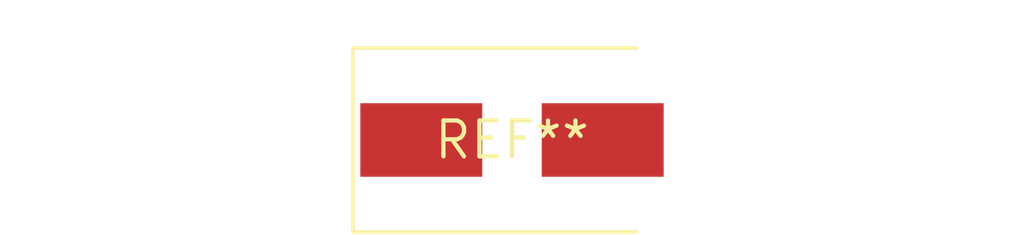
<source format=kicad_pcb>
(kicad_pcb (version 20240108) (generator pcbnew)
  (layers (0 "F.Cu" signal) (31 "B.Cu" signal) (34 "B.Paste" user) (35 "F.Paste" user) (36 "B.SilkS" user "B.Silkscreen") (37 "F.SilkS" user "F.Silkscreen") (38 "B.Mask" user) (39 "F.Mask" user) (44 "Edge.Cuts" user))
  (net 0 "")
  (footprint "D_SMB-SMC_Universal_Handsoldering" (layer "F.Cu") (at 0 0)
    (property "Reference" "REF**")
    (property "Value" "D_SMB-SMC_Universal_Handsoldering")
    (fp_line (start -5.61 -3.25) (end 4.4 -3.25) (layer "F.SilkS") (stroke (width 0.12)))
    (fp_line (start -5.61 3.25) (end -5.61 -3.25) (layer "F.SilkS") (stroke (width 0.12)))
    (fp_line (start -5.61 3.25) (end 4.4 3.25) (layer "F.SilkS") (stroke (width 0.12)))
    (pad "1" smd trapezoid (at -3.2 0) (size 4.3 2.6) (layers "F.Cu" "F.Paste" "F.Mask"))
    (pad "2" smd trapezoid (at 3.2 0 180) (size 4.3 2.6) (layers "F.Cu" "F.Paste" "F.Mask"))
  )
)
</source>
